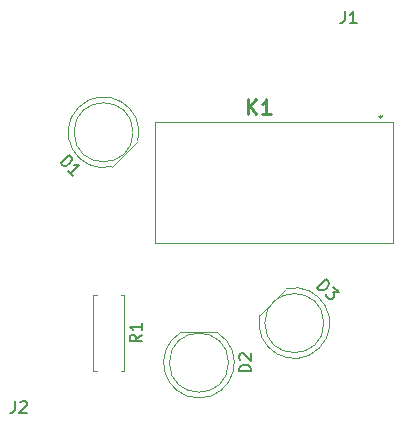
<source format=gto>
G04 #@! TF.GenerationSoftware,KiCad,Pcbnew,5.1.10*
G04 #@! TF.CreationDate,2021-05-04T22:43:39+02:00*
G04 #@! TF.ProjectId,Weichensimulator-45rechts,57656963-6865-46e7-9369-6d756c61746f,rev?*
G04 #@! TF.SameCoordinates,Original*
G04 #@! TF.FileFunction,Legend,Top*
G04 #@! TF.FilePolarity,Positive*
%FSLAX46Y46*%
G04 Gerber Fmt 4.6, Leading zero omitted, Abs format (unit mm)*
G04 Created by KiCad (PCBNEW 5.1.10) date 2021-05-04 22:43:39*
%MOMM*%
%LPD*%
G01*
G04 APERTURE LIST*
%ADD10C,0.120000*%
%ADD11C,0.200000*%
%ADD12C,0.100000*%
%ADD13C,0.150000*%
%ADD14C,0.254000*%
%ADD15C,3.200000*%
%ADD16C,1.800000*%
%ADD17C,1.500000*%
%ADD18R,1.800000X1.800000*%
%ADD19O,1.600000X1.600000*%
%ADD20C,1.600000*%
%ADD21O,1.700000X1.700000*%
%ADD22R,1.700000X1.700000*%
G04 APERTURE END LIST*
D10*
X141229688Y-110394648D02*
X143414648Y-108209688D01*
X143011974Y-107491974D02*
G75*
G03*
X143011974Y-107491974I-2500000J0D01*
G01*
X138397398Y-105378050D02*
G75*
G02*
X143414528Y-108209808I2114576J-2113924D01*
G01*
X138398050Y-105377398D02*
G75*
G03*
X141229808Y-110394528I2113924J-2114576D01*
G01*
D11*
X163930000Y-106150000D02*
X163930000Y-106150000D01*
X163830000Y-106150000D02*
X163830000Y-106150000D01*
X163930000Y-106150000D02*
X163930000Y-106150000D01*
D12*
X165030000Y-116860000D02*
X165030000Y-106660000D01*
X144830000Y-116860000D02*
X165030000Y-116860000D01*
X144830000Y-106660000D02*
X144830000Y-116860000D01*
X165030000Y-106660000D02*
X144830000Y-106660000D01*
D11*
X164030000Y-106150000D02*
G75*
G02*
X163930000Y-106150000I-50000J0D01*
G01*
X164130000Y-106150000D02*
G75*
G02*
X163830000Y-106150000I-150000J0D01*
G01*
X164030000Y-106150000D02*
G75*
G02*
X163930000Y-106150000I-50000J0D01*
G01*
D10*
X151090000Y-127000000D02*
G75*
G03*
X151090000Y-127000000I-2500000J0D01*
G01*
X150135000Y-124440000D02*
X147045000Y-124440000D01*
X148589538Y-129990000D02*
G75*
G03*
X150134830Y-124440000I462J2990000D01*
G01*
X148590462Y-129990000D02*
G75*
G02*
X147045170Y-124440000I-462J2990000D01*
G01*
X155950312Y-120745352D02*
X153765352Y-122930312D01*
X159168026Y-123648026D02*
G75*
G03*
X159168026Y-123648026I-2500000J0D01*
G01*
X158782602Y-125761950D02*
G75*
G02*
X153765472Y-122930192I-2114576J2113924D01*
G01*
X158781950Y-125762602D02*
G75*
G03*
X155950192Y-120745472I-2113924J2114576D01*
G01*
X139660000Y-127670000D02*
X139990000Y-127670000D01*
X139660000Y-121250000D02*
X139660000Y-127670000D01*
X139990000Y-121250000D02*
X139660000Y-121250000D01*
X142280000Y-127670000D02*
X141950000Y-127670000D01*
X142280000Y-121250000D02*
X142280000Y-127670000D01*
X141950000Y-121250000D02*
X142280000Y-121250000D01*
D13*
X136870038Y-110090086D02*
X137577144Y-109382979D01*
X137745503Y-109551338D01*
X137812847Y-109686025D01*
X137812847Y-109820712D01*
X137779175Y-109921727D01*
X137678160Y-110090086D01*
X137577144Y-110191101D01*
X137408786Y-110292117D01*
X137307770Y-110325788D01*
X137173083Y-110325788D01*
X137038396Y-110258445D01*
X136870038Y-110090086D01*
X137947534Y-111167582D02*
X137543473Y-110763521D01*
X137745503Y-110965552D02*
X138452610Y-110258445D01*
X138284251Y-110292117D01*
X138149564Y-110292117D01*
X138048549Y-110258445D01*
D14*
X152732619Y-105984523D02*
X152732619Y-104714523D01*
X153458333Y-105984523D02*
X152914047Y-105258809D01*
X153458333Y-104714523D02*
X152732619Y-105440238D01*
X154667857Y-105984523D02*
X153942142Y-105984523D01*
X154305000Y-105984523D02*
X154305000Y-104714523D01*
X154184047Y-104895952D01*
X154063095Y-105016904D01*
X153942142Y-105077380D01*
D13*
X153002380Y-127738095D02*
X152002380Y-127738095D01*
X152002380Y-127500000D01*
X152050000Y-127357142D01*
X152145238Y-127261904D01*
X152240476Y-127214285D01*
X152430952Y-127166666D01*
X152573809Y-127166666D01*
X152764285Y-127214285D01*
X152859523Y-127261904D01*
X152954761Y-127357142D01*
X153002380Y-127500000D01*
X153002380Y-127738095D01*
X152097619Y-126785714D02*
X152050000Y-126738095D01*
X152002380Y-126642857D01*
X152002380Y-126404761D01*
X152050000Y-126309523D01*
X152097619Y-126261904D01*
X152192857Y-126214285D01*
X152288095Y-126214285D01*
X152430952Y-126261904D01*
X153002380Y-126833333D01*
X153002380Y-126214285D01*
X158626374Y-120645852D02*
X159333480Y-119938745D01*
X159501839Y-120107104D01*
X159569183Y-120241791D01*
X159569183Y-120376478D01*
X159535511Y-120477493D01*
X159434496Y-120645852D01*
X159333480Y-120746867D01*
X159165122Y-120847883D01*
X159064106Y-120881554D01*
X158929419Y-120881554D01*
X158794732Y-120814211D01*
X158626374Y-120645852D01*
X159973244Y-120578508D02*
X160410977Y-121016241D01*
X159905900Y-121049913D01*
X160006916Y-121150928D01*
X160040587Y-121251944D01*
X160040587Y-121319287D01*
X160006916Y-121420302D01*
X159838557Y-121588661D01*
X159737542Y-121622333D01*
X159670198Y-121622333D01*
X159569183Y-121588661D01*
X159367152Y-121386631D01*
X159333480Y-121285615D01*
X159333480Y-121218272D01*
X143732380Y-124626666D02*
X143256190Y-124960000D01*
X143732380Y-125198095D02*
X142732380Y-125198095D01*
X142732380Y-124817142D01*
X142780000Y-124721904D01*
X142827619Y-124674285D01*
X142922857Y-124626666D01*
X143065714Y-124626666D01*
X143160952Y-124674285D01*
X143208571Y-124721904D01*
X143256190Y-124817142D01*
X143256190Y-125198095D01*
X143732380Y-123674285D02*
X143732380Y-124245714D01*
X143732380Y-123960000D02*
X142732380Y-123960000D01*
X142875238Y-124055238D01*
X142970476Y-124150476D01*
X143018095Y-124245714D01*
X160956666Y-97242380D02*
X160956666Y-97956666D01*
X160909047Y-98099523D01*
X160813809Y-98194761D01*
X160670952Y-98242380D01*
X160575714Y-98242380D01*
X161956666Y-98242380D02*
X161385238Y-98242380D01*
X161670952Y-98242380D02*
X161670952Y-97242380D01*
X161575714Y-97385238D01*
X161480476Y-97480476D01*
X161385238Y-97528095D01*
X133016666Y-130262380D02*
X133016666Y-130976666D01*
X132969047Y-131119523D01*
X132873809Y-131214761D01*
X132730952Y-131262380D01*
X132635714Y-131262380D01*
X133445238Y-130357619D02*
X133492857Y-130310000D01*
X133588095Y-130262380D01*
X133826190Y-130262380D01*
X133921428Y-130310000D01*
X133969047Y-130357619D01*
X134016666Y-130452857D01*
X134016666Y-130548095D01*
X133969047Y-130690952D01*
X133397619Y-131262380D01*
X134016666Y-131262380D01*
%LPC*%
D15*
X139700000Y-115570000D03*
D16*
X139613949Y-106593949D03*
D12*
G36*
X142682792Y-108390000D02*
G01*
X141410000Y-109662792D01*
X140137208Y-108390000D01*
X141410000Y-107117208D01*
X142682792Y-108390000D01*
G37*
D17*
X163830000Y-107950000D03*
X161290000Y-107950000D03*
X156210000Y-107950000D03*
X151130000Y-107950000D03*
X146050000Y-107950000D03*
X146050000Y-115570000D03*
X151130000Y-115570000D03*
X156210000Y-115570000D03*
X161290000Y-115570000D03*
X163830000Y-115570000D03*
D18*
X148590000Y-125730000D03*
D16*
X148590000Y-128270000D03*
X157566051Y-124546051D03*
D12*
G36*
X154497208Y-122750000D02*
G01*
X155770000Y-121477208D01*
X157042792Y-122750000D01*
X155770000Y-124022792D01*
X154497208Y-122750000D01*
G37*
D19*
X140970000Y-128270000D03*
D20*
X140970000Y-120650000D03*
D21*
X158750000Y-100330000D03*
D22*
X158750000Y-97790000D03*
X133350000Y-125730000D03*
D21*
X130810000Y-125730000D03*
X130810000Y-128270000D03*
D22*
X133350000Y-128270000D03*
D15*
X163830000Y-130810000D03*
M02*

</source>
